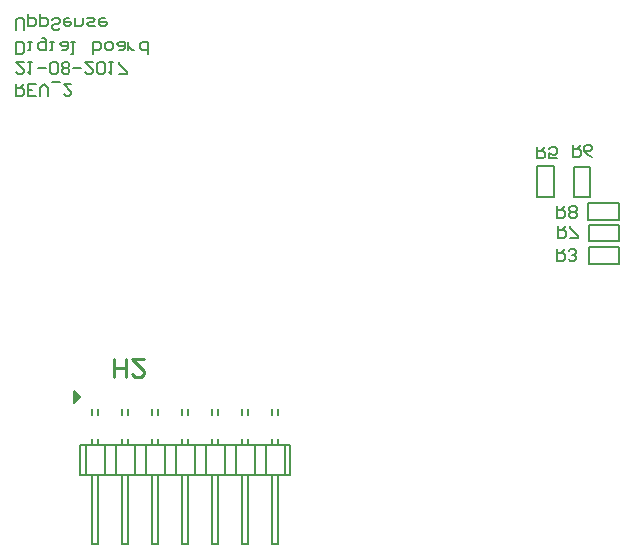
<source format=gbo>
%FSDAX24Y24*%
%MOIN*%
%SFA1B1*%

%IPPOS*%
%ADD19C,0.007900*%
%ADD26C,0.010000*%
%LNuppsense-1*%
%LPD*%
G54D19*
X028248Y029646D02*
X029272D01*
Y030197*
X028248D02*
X029272D01*
X028248Y029646D02*
Y030197D01*
Y030394D02*
X029272D01*
Y030945*
X028248D02*
X029272D01*
X028248Y030394D02*
Y030945D01*
X028228Y031102D02*
X029252D01*
Y031654*
X028228D02*
X029252D01*
X028228Y031102D02*
Y031654D01*
X027087Y031870D02*
Y032894D01*
X026535D02*
X027087D01*
X026535Y031870D02*
Y032894D01*
Y031870D02*
X027087D01*
X028307Y031850D02*
Y032874D01*
X027756D02*
X028307D01*
X027756Y031850D02*
Y032874D01*
Y031850D02*
X028307D01*
X017512Y022598D02*
Y023583D01*
X018134Y022598D02*
Y023583D01*
X017911Y024585D02*
Y024785D01*
X017711Y024585D02*
Y024785D01*
Y023585D02*
Y023785D01*
X017911Y023585D02*
Y023785D01*
Y020315D02*
Y022598D01*
X017711Y020315D02*
Y022585D01*
Y020315D02*
X017911D01*
X016512Y022598D02*
Y023583D01*
X017134Y022598D02*
Y023583D01*
X016911Y024585D02*
Y024785D01*
X016711Y024585D02*
Y024785D01*
Y023585D02*
Y023785D01*
X016911Y023585D02*
Y023785D01*
Y020315D02*
Y022598D01*
X016711Y020315D02*
Y022585D01*
Y020315D02*
X016911D01*
X018311Y022598D02*
Y023585D01*
X011291D02*
X018311D01*
X011911Y020315D02*
Y022598D01*
X011711Y020315D02*
Y022585D01*
Y020315D02*
X011911D01*
X011711Y023585D02*
Y023785D01*
X011911Y023585D02*
Y023785D01*
X011488Y022598D02*
Y023583D01*
X012118Y022598D02*
Y023583D01*
X011291Y022598D02*
Y023585D01*
X015711Y020315D02*
X015911D01*
X015711D02*
Y022585D01*
X015911Y020315D02*
Y022598D01*
X014711Y020315D02*
X014911D01*
X014711D02*
Y022585D01*
X014911Y020315D02*
Y022598D01*
X013711Y020315D02*
X013911D01*
X013711D02*
Y022585D01*
X013911Y020315D02*
Y022598D01*
X012711Y020315D02*
X012911D01*
X012711D02*
Y022585D01*
X012911Y020315D02*
Y022598D01*
X015911Y023585D02*
Y023785D01*
X015711Y023585D02*
Y023785D01*
Y024585D02*
Y024785D01*
X015911Y024585D02*
Y024785D01*
X014911Y023585D02*
Y023785D01*
X014711Y023585D02*
Y023785D01*
Y024585D02*
Y024785D01*
X014911Y024585D02*
Y024785D01*
X013911Y023585D02*
Y023785D01*
X013711Y023585D02*
Y023785D01*
Y024585D02*
Y024785D01*
X013911Y024585D02*
Y024785D01*
X012911Y023585D02*
Y023785D01*
X012711Y023585D02*
Y023785D01*
Y024585D02*
Y024785D01*
X012911Y024585D02*
Y024785D01*
X011911Y024585D02*
Y024785D01*
X011711Y024585D02*
Y024785D01*
X013512Y022598D02*
Y023583D01*
X016134Y022598D02*
Y023583D01*
X015118Y022598D02*
Y023583D01*
X015512Y022598D02*
Y023583D01*
X014118Y022598D02*
Y023583D01*
X014512Y022598D02*
Y023583D01*
X013118Y022598D02*
Y023583D01*
X012512Y022598D02*
Y023583D01*
X011291Y022598D02*
X018311D01*
X011112Y025289D02*
X011212D01*
Y025089D02*
Y025289D01*
X011112Y025089D02*
X011212D01*
X011112D02*
X011212Y025289D01*
Y025089D02*
Y025289D01*
X011112Y025189D02*
X011212Y025089D01*
X011112Y025189D02*
X011312D01*
X011112Y025389D02*
X011312Y025189D01*
X011112Y024989D02*
Y025389D01*
Y024989D02*
X011312Y025189D01*
X011112D02*
X011212Y025289D01*
X011112Y025189D02*
X011212Y025289D01*
X009173Y035641D02*
Y035247D01*
X009370*
X009436Y035313*
Y035444*
X009370Y035510*
X009173*
X009304D02*
X009436Y035641D01*
X009829Y035247D02*
X009567D01*
Y035641*
X009829*
X009567Y035444D02*
X009698D01*
X009960Y035247D02*
Y035510D01*
X010092Y035641*
X010223Y035510*
Y035247*
X010354Y035707D02*
X010616D01*
X011010Y035641D02*
X010748D01*
X011010Y035379*
Y035313*
X010944Y035247*
X010813*
X010748Y035313*
X009436Y036368D02*
X009173D01*
X009436Y036105*
Y036040*
X009370Y035974*
X009239*
X009173Y036040*
X009567Y036368D02*
X009698D01*
X009632*
Y035974*
X009567Y036040*
X009895Y036171D02*
X010157D01*
X010288Y036040D02*
X010354Y035974D01*
X010485*
X010551Y036040*
Y036302*
X010485Y036368*
X010354*
X010288Y036302*
Y036040*
X010682D02*
X010748Y035974D01*
X010879*
X010944Y036040*
Y036105*
X010879Y036171*
X010944Y036237*
Y036302*
X010879Y036368*
X010748*
X010682Y036302*
Y036237*
X010748Y036171*
X010682Y036105*
Y036040*
X010748Y036171D02*
X010879D01*
X011076D02*
X011338D01*
X011731Y036368D02*
X011469D01*
X011731Y036105*
Y036040*
X011666Y035974*
X011535*
X011469Y036040*
X011863D02*
X011928Y035974D01*
X012059*
X012125Y036040*
Y036302*
X012059Y036368*
X011928*
X011863Y036302*
Y036040*
X012256Y036368D02*
X012387D01*
X012322*
Y035974*
X012256Y036040*
X012584Y035974D02*
X012847D01*
Y036040*
X012584Y036302*
Y036368*
X009173Y036636D02*
Y037029D01*
X009370*
X009436Y036964*
Y036701*
X009370Y036636*
X009173*
X009567Y037029D02*
X009698D01*
X009632*
Y036767*
X009567*
X010026Y037160D02*
X010092D01*
X010157Y037095*
Y036767*
X009960*
X009895Y036832*
Y036964*
X009960Y037029*
X010157*
X010288D02*
X010420D01*
X010354*
Y036767*
X010288*
X010682D02*
X010813D01*
X010879Y036832*
Y037029*
X010682*
X010616Y036964*
X010682Y036898*
X010879*
X011010Y037029D02*
X011141D01*
X011076*
Y036636*
X011010*
X011731D02*
Y037029D01*
X011928*
X011994Y036964*
Y036898*
Y036832*
X011928Y036767*
X011731*
X012191Y037029D02*
X012322D01*
X012387Y036964*
Y036832*
X012322Y036767*
X012191*
X012125Y036832*
Y036964*
X012191Y037029*
X012584Y036767D02*
X012715D01*
X012781Y036832*
Y037029*
X012584*
X012519Y036964*
X012584Y036898*
X012781*
X012912Y036767D02*
Y037029D01*
Y036898*
X012978Y036832*
X013043Y036767*
X013109*
X013568Y036636D02*
Y037029D01*
X013371*
X013306Y036964*
Y036832*
X013371Y036767*
X013568*
X009173Y037428D02*
Y037756D01*
X009239Y037822*
X009370*
X009436Y037756*
Y037428*
X009567Y037953D02*
Y037559D01*
X009764*
X009829Y037625*
Y037756*
X009764Y037822*
X009567*
X009960Y037953D02*
Y037559D01*
X010157*
X010223Y037625*
Y037756*
X010157Y037822*
X009960*
X010616Y037494D02*
X010551Y037428D01*
X010420*
X010354Y037494*
Y037559*
X010420Y037625*
X010551*
X010616Y037690*
Y037756*
X010551Y037822*
X010420*
X010354Y037756*
X010944Y037822D02*
X010813D01*
X010748Y037756*
Y037625*
X010813Y037559*
X010944*
X011010Y037625*
Y037690*
X010748*
X011141Y037822D02*
Y037559D01*
X011338*
X011403Y037625*
Y037822*
X011535D02*
X011731D01*
X011797Y037756*
X011731Y037690*
X011600*
X011535Y037625*
X011600Y037559*
X011797*
X012125Y037822D02*
X011994D01*
X011928Y037756*
Y037625*
X011994Y037559*
X012125*
X012191Y037625*
Y037690*
X011928*
X027205Y031575D02*
Y031181D01*
X027402*
X027467Y031247*
Y031378*
X027402Y031444*
X027205*
X027336D02*
X027467Y031575D01*
X027598Y031247D02*
X027664Y031181D01*
X027795*
X027861Y031247*
Y031312*
X027795Y031378*
X027861Y031444*
Y031509*
X027795Y031575*
X027664*
X027598Y031509*
Y031444*
X027664Y031378*
X027598Y031312*
Y031247*
X027664Y031378D02*
X027795D01*
X027244Y030906D02*
Y030512D01*
X027441*
X027506Y030578*
Y030709*
X027441Y030774*
X027244*
X027375D02*
X027506Y030906D01*
X027638Y030512D02*
X027900D01*
Y030578*
X027638Y030840*
Y030906*
X027717Y033583D02*
Y033189D01*
X027913*
X027979Y033255*
Y033386*
X027913Y033451*
X027717*
X027848D02*
X027979Y033583D01*
X028372Y033189D02*
X028241Y033255D01*
X028110Y033386*
Y033517*
X028176Y033583*
X028307*
X028372Y033517*
Y033451*
X028307Y033386*
X028110*
X026535Y033543D02*
Y033150D01*
X026732*
X026798Y033215*
Y033347*
X026732Y033412*
X026535*
X026667D02*
X026798Y033543D01*
X027191Y033150D02*
X026929D01*
Y033347*
X027060Y033281*
X027126*
X027191Y033347*
Y033478*
X027126Y033543*
X026995*
X026929Y033478*
X027185Y030118D02*
Y029725D01*
X027382*
X027447Y029790*
Y029921*
X027382Y029987*
X027185*
X027316D02*
X027447Y030118D01*
X027579Y029790D02*
X027644Y029725D01*
X027775*
X027841Y029790*
Y029856*
X027775Y029921*
X027710*
X027775*
X027841Y029987*
Y030053*
X027775Y030118*
X027644*
X027579Y030053*
G54D26*
X012441Y025869D02*
Y026469D01*
Y026169*
X012841*
Y025869*
Y026469*
X013441D02*
X013041D01*
X013441Y026069*
Y025969*
X013341Y025869*
X013141*
X013041Y025969*
M02*
</source>
